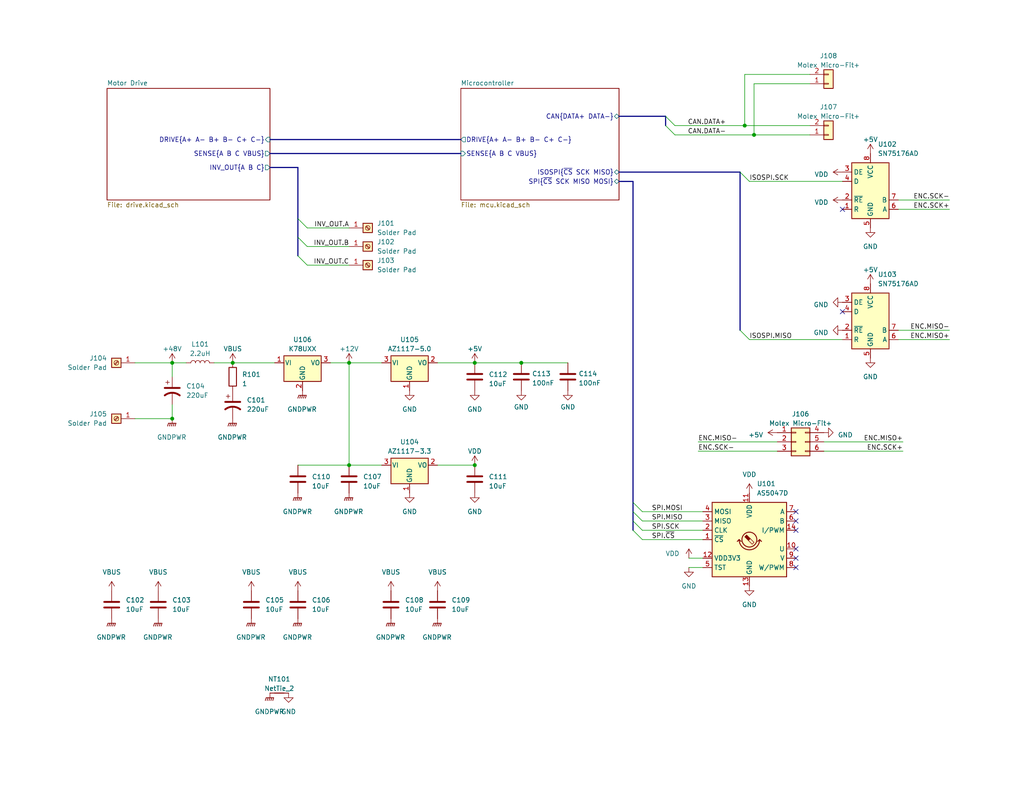
<source format=kicad_sch>
(kicad_sch (version 20230121) (generator eeschema)
  (paper "USLetter")
  (title_block (title "Radome Dish Motor Controller") (date "2023-03-29") (rev "1.0") (company "MIT Radio Society"))
  (lib_symbols
    (symbol "Connector:Screw_Terminal_01x01" (pin_names (offset 1.016) hide)
      (property "Reference" "J" (at 0 2.54 0))
      (property "Value" "Screw_Terminal_01x01" (at 0 -2.54 0))
      (symbol "Screw_Terminal_01x01_1_1"
        (rectangle (start -1.27 1.27) (end 1.27 -1.27) (stroke (width 0.254)) (fill (type background)))
        (polyline (pts (xy -0.5334 0.3302) (xy 0.3302 -0.508)) (stroke (width 0.1524)))
        (polyline (pts (xy -0.3556 0.508) (xy 0.508 -0.3302)) (stroke (width 0.1524)))
        (circle (center 0 0) (radius 0.635) (stroke (width 0.1524)))
        (pin passive line (at -5.08 0 0) (length 3.81) (name "Pin_1") (number "1"))
      )
    )
    (symbol "Connector_Generic:Conn_01x02" (pin_names (offset 1.016) hide)
      (property "Reference" "J" (at 0 2.54 0))
      (property "Value" "Conn_01x02" (at 0 -5.08 0))
      (symbol "Conn_01x02_1_1"
        (rectangle (start -1.27 -2.413) (end 0 -2.667) (stroke (width 0.1524)))
        (rectangle (start -1.27 0.127) (end 0 -0.127) (stroke (width 0.1524)))
        (rectangle (start -1.27 1.27) (end 1.27 -3.81) (stroke (width 0.254)) (fill (type background)))
        (pin passive line (at -5.08 0 0) (length 3.81) (name "Pin_1") (number "1"))
        (pin passive line (at -5.08 -2.54 0) (length 3.81) (name "Pin_2") (number "2"))
      )
    )
    (symbol "Connector_Generic:Conn_02x03_Top_Bottom" (pin_names (offset 1.016) hide)
      (property "Reference" "J" (at 1.27 5.08 0))
      (property "Value" "Conn_02x03_Top_Bottom" (at 1.27 -5.08 0))
      (symbol "Conn_02x03_Top_Bottom_1_1"
        (rectangle (start -1.27 -2.413) (end 0 -2.667) (stroke (width 0.1524)))
        (rectangle (start -1.27 0.127) (end 0 -0.127) (stroke (width 0.1524)))
        (rectangle (start -1.27 2.667) (end 0 2.413) (stroke (width 0.1524)))
        (rectangle (start -1.27 3.81) (end 3.81 -3.81) (stroke (width 0.254)) (fill (type background)))
        (rectangle (start 3.81 -2.413) (end 2.54 -2.667) (stroke (width 0.1524)))
        (rectangle (start 3.81 0.127) (end 2.54 -0.127) (stroke (width 0.1524)))
        (rectangle (start 3.81 2.667) (end 2.54 2.413) (stroke (width 0.1524)))
        (pin passive line (at -5.08 2.54 0) (length 3.81) (name "Pin_1") (number "1"))
        (pin passive line (at -5.08 0 0) (length 3.81) (name "Pin_2") (number "2"))
        (pin passive line (at -5.08 -2.54 0) (length 3.81) (name "Pin_3") (number "3"))
        (pin passive line (at 7.62 2.54 180) (length 3.81) (name "Pin_4") (number "4"))
        (pin passive line (at 7.62 0 180) (length 3.81) (name "Pin_5") (number "5"))
        (pin passive line (at 7.62 -2.54 180) (length 3.81) (name "Pin_6") (number "6"))
      )
    )
    (symbol "Device:C" (pin_numbers hide) (pin_names (offset 0.254))
      (property "Reference" "C" (at 0.635 2.54 0))
      (property "Value" "C" (at 0.635 -2.54 0))
      (symbol "C_0_1"
        (polyline (pts (xy -2.032 -0.762) (xy 2.032 -0.762)) (stroke (width 0.508)))
        (polyline (pts (xy -2.032 0.762) (xy 2.032 0.762)) (stroke (width 0.508)))
      )
      (symbol "C_1_1"
        (pin passive line (at 0 3.81 270) (length 2.794) (name "~") (number "1"))
        (pin passive line (at 0 -3.81 90) (length 2.794) (name "~") (number "2"))
      )
    )
    (symbol "Device:C_Polarized_US" (pin_numbers hide) (pin_names (offset 0.254) hide)
      (property "Reference" "C" (at 0.635 2.54 0))
      (property "Value" "C_Polarized_US" (at 0.635 -2.54 0))
      (symbol "C_Polarized_US_0_1"
        (polyline (pts (xy -2.032 0.762) (xy 2.032 0.762)) (stroke (width 0.508)))
        (polyline (pts (xy -1.778 2.286) (xy -0.762 2.286)))
        (polyline (pts (xy -1.27 1.778) (xy -1.27 2.794)))
        (arc (start 2.032 -1.27) (mid 0 -0.5572) (end -2.032 -1.27) (stroke (width 0.508)))
      )
      (symbol "C_Polarized_US_1_1"
        (pin passive line (at 0 3.81 270) (length 2.794) (name "~") (number "1"))
        (pin passive line (at 0 -3.81 90) (length 3.302) (name "~") (number "2"))
      )
    )
    (symbol "Device:L" (pin_numbers hide) (pin_names (offset 1.016) hide)
      (property "Reference" "L" (at -1.27 0 90))
      (property "Value" "L" (at 1.905 0 90))
      (symbol "L_0_1"
        (arc (start 0 -2.54) (mid 0.6323 -1.905) (end 0 -1.27))
        (arc (start 0 -1.27) (mid 0.6323 -0.635) (end 0 0))
        (arc (start 0 0) (mid 0.6323 0.635) (end 0 1.27))
        (arc (start 0 1.27) (mid 0.6323 1.905) (end 0 2.54))
      )
      (symbol "L_1_1"
        (pin passive line (at 0 3.81 270) (length 1.27) (name "1") (number "1"))
        (pin passive line (at 0 -3.81 90) (length 1.27) (name "2") (number "2"))
      )
    )
    (symbol "Device:NetTie_2" (pin_numbers hide) (pin_names (offset 0) hide) (in_bom no)
      (property "Reference" "NT" (at 0 1.27 0))
      (property "Value" "NetTie_2" (at 0 -1.27 0))
      (symbol "NetTie_2_0_1"
        (polyline (pts (xy -1.27 0) (xy 1.27 0)) (stroke (width 0.254)))
      )
      (symbol "NetTie_2_1_1"
        (pin passive line (at -2.54 0 0) (length 2.54) (name "1") (number "1"))
        (pin passive line (at 2.54 0 180) (length 2.54) (name "2") (number "2"))
      )
    )
    (symbol "Device:R" (pin_numbers hide) (pin_names (offset 0))
      (property "Reference" "R" (at 2.032 0 90))
      (property "Value" "R" (at 0 0 90))
      (symbol "R_0_1"
        (rectangle (start -1.016 -2.54) (end 1.016 2.54) (stroke (width 0.254)))
      )
      (symbol "R_1_1"
        (pin passive line (at 0 3.81 270) (length 1.27) (name "~") (number "1"))
        (pin passive line (at 0 -3.81 90) (length 1.27) (name "~") (number "2"))
      )
    )
    (symbol "Interface_UART:SN75176AD"
      (property "Reference" "U" (at -4.318 8.89 0))
      (property "Value" "SN75176AD" (at 1.016 8.89 0))
      (symbol "SN75176AD_0_1"
        (rectangle (start -5.08 7.62) (end 5.08 -7.62) (stroke (width 0.254)) (fill (type background)))
      )
      (symbol "SN75176AD_1_1"
        (pin output line (at -7.62 -5.08 0) (length 2.54) (name "R") (number "1"))
        (pin input line (at -7.62 -2.54 0) (length 2.54) (name "~{RE}") (number "2"))
        (pin input line (at -7.62 5.08 0) (length 2.54) (name "DE") (number "3"))
        (pin input line (at -7.62 2.54 0) (length 2.54) (name "D") (number "4"))
        (pin power_in line (at 0 -10.16 90) (length 2.54) (name "GND") (number "5"))
        (pin bidirectional line (at 7.62 -5.08 180) (length 2.54) (name "A") (number "6"))
        (pin bidirectional line (at 7.62 -2.54 180) (length 2.54) (name "B") (number "7"))
        (pin power_in line (at 0 10.16 270) (length 2.54) (name "VCC") (number "8"))
      )
    )
    (symbol "Regulator_Linear:AZ1117-3.3" (pin_names (offset 0.254))
      (property "Reference" "U" (at -3.81 3.175 0))
      (property "Value" "AZ1117-3.3" (at 0 3.175 0))
      (symbol "AZ1117-3.3_0_1"
        (rectangle (start -5.08 1.905) (end 5.08 -5.08) (stroke (width 0.254)) (fill (type background)))
      )
      (symbol "AZ1117-3.3_1_1"
        (pin power_in line (at 0 -7.62 90) (length 2.54) (name "GND") (number "1"))
        (pin power_out line (at 7.62 0 180) (length 2.54) (name "VO") (number "2"))
        (pin power_in line (at -7.62 0 0) (length 2.54) (name "VI") (number "3"))
      )
    )
    (symbol "Regulator_Linear:AZ1117-5.0" (pin_names (offset 0.254))
      (property "Reference" "U" (at -3.81 3.175 0))
      (property "Value" "AZ1117-5.0" (at 0 3.175 0))
      (symbol "AZ1117-5.0_0_1"
        (rectangle (start -5.08 1.905) (end 5.08 -5.08) (stroke (width 0.254)) (fill (type background)))
      )
      (symbol "AZ1117-5.0_1_1"
        (pin power_in line (at 0 -7.62 90) (length 2.54) (name "GND") (number "1"))
        (pin power_out line (at 7.62 0 180) (length 2.54) (name "VO") (number "2"))
        (pin power_in line (at -7.62 0 0) (length 2.54) (name "VI") (number "3"))
      )
    )
    (symbol "Sensor_Magnetic:AS5047D"
      (property "Reference" "U" (at -8.89 11.43 0))
      (property "Value" "AS5047D" (at 5.08 11.43 0))
      (symbol "AS5047D_1_1"
        (rectangle (start -10.16 10.16) (end 10.16 -10.16) (stroke (width 0.254)) (fill (type background)))
        (arc (start -2.794 0) (mid 0 -2.7819) (end 2.794 0) (stroke (width 0.254)))
        (polyline (pts (xy -2.794 0) (xy -3.302 -0.508)) (stroke (width 0.254)))
        (polyline (pts (xy -2.794 0) (xy -2.286 -0.508)) (stroke (width 0.254)))
        (polyline (pts (xy 2.794 0) (xy 2.286 -0.508)) (stroke (width 0.254)))
        (polyline (pts (xy 2.794 0) (xy 3.302 -0.508)) (stroke (width 0.254)))
        (polyline (pts (xy 0.254 0.254) (xy 1.27 -0.762) (xy 0.762 -1.27) (xy -0.254 -0.254)))
        (polyline (pts (xy -0.762 1.27) (xy 0.254 0.254) (xy -0.254 -0.254) (xy -1.27 0.762) (xy -1.016 1.016) (xy -0.762 1.27) (xy -0.635 1.143)) (fill (type outline)))
        (circle (center 0 0) (radius 2.032) (stroke (width 0.254)))
        (pin input line (at -12.7 0 0) (length 2.54) (name "~{CS}") (number "1"))
        (pin output line (at 12.7 -2.54 180) (length 2.54) (name "U") (number "10"))
        (pin power_in line (at 0 12.7 270) (length 2.54) (name "VDD") (number "11"))
        (pin power_out line (at -12.7 -5.08 0) (length 2.54) (name "VDD3V3") (number "12"))
        (pin power_in line (at 0 -12.7 90) (length 2.54) (name "GND") (number "13"))
        (pin output line (at 12.7 2.54 180) (length 2.54) (name "I/PWM") (number "14"))
        (pin input line (at -12.7 2.54 0) (length 2.54) (name "CLK") (number "2"))
        (pin output line (at -12.7 5.08 0) (length 2.54) (name "MISO") (number "3"))
        (pin input line (at -12.7 7.62 0) (length 2.54) (name "MOSI") (number "4"))
        (pin input line (at -12.7 -7.62 0) (length 2.54) (name "TST") (number "5"))
        (pin output line (at 12.7 5.08 180) (length 2.54) (name "B") (number "6"))
        (pin output line (at 12.7 7.62 180) (length 2.54) (name "A") (number "7"))
        (pin output line (at 12.7 -7.62 180) (length 2.54) (name "W/PWM") (number "8"))
        (pin output line (at 12.7 -5.08 180) (length 2.54) (name "V") (number "9"))
      )
    )
    (symbol "ayeiser_misc:K78UXX" (pin_names (offset 0.254))
      (property "Reference" "U" (at -3.81 3.175 0))
      (property "Value" "K78UXX" (at 0 3.175 0))
      (symbol "K78UXX_0_1"
        (rectangle (start -5.08 1.905) (end 5.08 -5.08) (stroke (width 0.254)) (fill (type background)))
      )
      (symbol "K78UXX_1_1"
        (pin power_in line (at -7.62 0 0) (length 2.54) (name "VI") (number "1"))
        (pin power_in line (at 0 -7.62 90) (length 2.54) (name "GND") (number "2"))
        (pin power_out line (at 7.62 0 180) (length 2.54) (name "VO") (number "3"))
      )
    )
    (symbol "power:+12V" (power) (pin_names (offset 0))
      (property "Value" "+12V" (at 0 3.556 0))
      (symbol "+12V_0_1"
        (polyline (pts (xy -0.762 1.27) (xy 0 2.54)))
        (polyline (pts (xy 0 0) (xy 0 2.54)))
        (polyline (pts (xy 0 2.54) (xy 0.762 1.27)))
      )
      (symbol "+12V_1_1"
        (pin power_in line (at 0 0 90) (length 0) hide (name "+12V") (number "1"))
      )
    )
    (symbol "power:+48V" (power) (pin_names (offset 0))
      (property "Value" "+48V" (at 0 3.556 0))
      (symbol "+48V_0_1"
        (polyline (pts (xy -0.762 1.27) (xy 0 2.54)))
        (polyline (pts (xy 0 0) (xy 0 2.54)))
        (polyline (pts (xy 0 2.54) (xy 0.762 1.27)))
      )
      (symbol "+48V_1_1"
        (pin power_in line (at 0 0 90) (length 0) hide (name "+48V") (number "1"))
      )
    )
    (symbol "power:+5V" (power) (pin_names (offset 0))
      (property "Value" "+5V" (at 0 3.556 0))
      (symbol "+5V_0_1"
        (polyline (pts (xy -0.762 1.27) (xy 0 2.54)))
        (polyline (pts (xy 0 0) (xy 0 2.54)))
        (polyline (pts (xy 0 2.54) (xy 0.762 1.27)))
      )
      (symbol "+5V_1_1"
        (pin power_in line (at 0 0 90) (length 0) hide (name "+5V") (number "1"))
      )
    )
    (symbol "power:GND" (power) (pin_names (offset 0))
      (property "Value" "GND" (at 0 -3.81 0))
      (symbol "GND_0_1"
        (polyline (pts (xy 0 0) (xy 0 -1.27) (xy 1.27 -1.27) (xy 0 -2.54) (xy -1.27 -1.27) (xy 0 -1.27)))
      )
      (symbol "GND_1_1"
        (pin power_in line (at 0 0 270) (length 0) hide (name "GND") (number "1"))
      )
    )
    (symbol "power:GNDPWR" (power) (pin_names (offset 0))
      (property "Value" "GNDPWR" (at 0 -3.302 0))
      (symbol "GNDPWR_0_1"
        (polyline (pts (xy 0 -1.27) (xy 0 0)))
        (polyline (pts (xy -1.016 -1.27) (xy -1.27 -2.032) (xy -1.27 -2.032)) (stroke (width 0.2032)))
        (polyline (pts (xy -0.508 -1.27) (xy -0.762 -2.032) (xy -0.762 -2.032)) (stroke (width 0.2032)))
        (polyline (pts (xy 0 -1.27) (xy -0.254 -2.032) (xy -0.254 -2.032)) (stroke (width 0.2032)))
        (polyline (pts (xy 0.508 -1.27) (xy 0.254 -2.032) (xy 0.254 -2.032)) (stroke (width 0.2032)))
        (polyline (pts (xy 1.016 -1.27) (xy -1.016 -1.27) (xy -1.016 -1.27)) (stroke (width 0.2032)))
        (polyline (pts (xy 1.016 -1.27) (xy 0.762 -2.032) (xy 0.762 -2.032) (xy 0.762 -2.032)) (stroke (width 0.2032)))
      )
      (symbol "GNDPWR_1_1"
        (pin power_in line (at 0 0 270) (length 0) hide (name "GNDPWR") (number "1"))
      )
    )
    (symbol "power:VBUS" (power) (pin_names (offset 0))
      (property "Value" "VBUS" (at 0 3.81 0))
      (symbol "VBUS_0_1"
        (polyline (pts (xy -0.762 1.27) (xy 0 2.54)))
        (polyline (pts (xy 0 0) (xy 0 2.54)))
        (polyline (pts (xy 0 2.54) (xy 0.762 1.27)))
      )
      (symbol "VBUS_1_1"
        (pin power_in line (at 0 0 90) (length 0) hide (name "VBUS") (number "1"))
      )
    )
    (symbol "power:VDD" (power) (pin_names (offset 0))
      (property "Value" "VDD" (at 0 3.81 0))
      (symbol "VDD_0_1"
        (polyline (pts (xy -0.762 1.27) (xy 0 2.54)))
        (polyline (pts (xy 0 0) (xy 0 2.54)))
        (polyline (pts (xy 0 2.54) (xy 0.762 1.27)))
      )
      (symbol "VDD_1_1"
        (pin power_in line (at 0 0 90) (length 0) hide (name "VDD") (number "1"))
      )
    )
  )
  (junction (at 46.99 114.3))
  (junction (at 205.74 36.83))
  (junction (at 63.5 99.06))
  (junction (at 129.54 127))
  (junction (at 142.24 99.06))
  (junction (at 95.25 127))
  (junction (at 203.2 34.29))
  (junction (at 129.54 99.06))
  (junction (at 95.25 99.06))
  (junction (at 46.99 99.06))
  (no_connect (at 229.87 85.09))
  (no_connect (at 217.17 139.7))
  (no_connect (at 217.17 144.78))
  (no_connect (at 229.87 57.15))
  (no_connect (at 217.17 149.86))
  (no_connect (at 217.17 142.24))
  (no_connect (at 217.17 154.94))
  (no_connect (at 217.17 152.4))
  (bus_entry (at 81.28 59.69) (size 2.54 2.54))
  (bus_entry (at 201.93 90.17) (size 2.54 2.54))
  (bus_entry (at 172.72 137.16) (size 2.54 2.54))
  (bus_entry (at 181.61 31.75) (size 2.54 2.54))
  (bus_entry (at 172.72 142.24) (size 2.54 2.54))
  (bus_entry (at 81.28 69.85) (size 2.54 2.54))
  (bus_entry (at 172.72 139.7) (size 2.54 2.54))
  (bus_entry (at 181.61 34.29) (size 2.54 2.54))
  (bus_entry (at 81.28 64.77) (size 2.54 2.54))
  (bus_entry (at 172.72 144.78) (size 2.54 2.54))
  (bus_entry (at 201.93 46.99) (size 2.54 2.54))
  (wire (pts (xy 224.79 120.65) (xy 246.38 120.65)))
  (wire (pts (xy 63.5 99.06) (xy 74.93 99.06)))
  (bus (pts (xy 168.91 49.53) (xy 172.72 49.53)))
  (wire (pts (xy 95.25 127) (xy 104.14 127)))
  (bus (pts (xy 81.28 64.77) (xy 81.28 69.85)))
  (wire (pts (xy 119.38 127) (xy 129.54 127)))
  (wire (pts (xy 50.8 99.06) (xy 46.99 99.06)))
  (wire (pts (xy 83.82 67.31) (xy 95.25 67.31)))
  (wire (pts (xy 203.2 34.29) (xy 220.98 34.29)))
  (bus (pts (xy 73.66 45.72) (xy 81.28 45.72)))
  (wire (pts (xy 220.98 22.86) (xy 205.74 22.86)))
  (wire (pts (xy 190.5 120.65) (xy 212.09 120.65)))
  (bus (pts (xy 172.72 137.16) (xy 172.72 139.7)))
  (bus (pts (xy 81.28 59.69) (xy 81.28 64.77)))
  (wire (pts (xy 175.26 142.24) (xy 191.77 142.24)))
  (bus (pts (xy 172.72 139.7) (xy 172.72 142.24)))
  (wire (pts (xy 83.82 62.23) (xy 95.25 62.23)))
  (wire (pts (xy 95.25 127) (xy 95.25 99.06)))
  (bus (pts (xy 172.72 142.24) (xy 172.72 144.78)))
  (wire (pts (xy 58.42 99.06) (xy 63.5 99.06)))
  (bus (pts (xy 181.61 31.75) (xy 181.61 34.29)))
  (wire (pts (xy 46.99 99.06) (xy 46.99 102.87)))
  (wire (pts (xy 142.24 99.06) (xy 154.94 99.06)))
  (bus (pts (xy 73.66 38.1) (xy 125.73 38.1)))
  (wire (pts (xy 129.54 99.06) (xy 142.24 99.06)))
  (wire (pts (xy 119.38 99.06) (xy 129.54 99.06)))
  (wire (pts (xy 205.74 22.86) (xy 205.74 36.83)))
  (wire (pts (xy 175.26 144.78) (xy 191.77 144.78)))
  (wire (pts (xy 204.47 49.53) (xy 229.87 49.53)))
  (wire (pts (xy 36.83 114.3) (xy 46.99 114.3)))
  (wire (pts (xy 175.26 139.7) (xy 191.77 139.7)))
  (bus (pts (xy 201.93 46.99) (xy 201.93 90.17)))
  (bus (pts (xy 168.91 31.75) (xy 181.61 31.75)))
  (wire (pts (xy 203.2 20.32) (xy 203.2 34.29)))
  (wire (pts (xy 90.17 99.06) (xy 95.25 99.06)))
  (wire (pts (xy 83.82 72.39) (xy 95.25 72.39)))
  (wire (pts (xy 81.28 127) (xy 95.25 127)))
  (bus (pts (xy 172.72 49.53) (xy 172.72 137.16)))
  (wire (pts (xy 184.15 34.29) (xy 203.2 34.29)))
  (wire (pts (xy 205.74 36.83) (xy 220.98 36.83)))
  (wire (pts (xy 187.96 154.94) (xy 191.77 154.94)))
  (wire (pts (xy 224.79 123.19) (xy 246.38 123.19)))
  (wire (pts (xy 46.99 110.49) (xy 46.99 114.3)))
  (wire (pts (xy 36.83 99.06) (xy 46.99 99.06)))
  (wire (pts (xy 204.47 92.71) (xy 229.87 92.71)))
  (wire (pts (xy 245.11 54.61) (xy 259.08 54.61)))
  (wire (pts (xy 245.11 92.71) (xy 259.08 92.71)))
  (wire (pts (xy 190.5 123.19) (xy 212.09 123.19)))
  (wire (pts (xy 175.26 147.32) (xy 191.77 147.32)))
  (wire (pts (xy 220.98 20.32) (xy 203.2 20.32)))
  (bus (pts (xy 73.66 41.91) (xy 125.73 41.91)))
  (bus (pts (xy 168.91 46.99) (xy 201.93 46.99)))
  (wire (pts (xy 187.96 152.4) (xy 191.77 152.4)))
  (wire (pts (xy 184.15 36.83) (xy 205.74 36.83)))
  (wire (pts (xy 245.11 57.15) (xy 259.08 57.15)))
  (wire (pts (xy 245.11 90.17) (xy 259.08 90.17)))
  (wire (pts (xy 95.25 99.06) (xy 104.14 99.06)))
  (bus (pts (xy 81.28 45.72) (xy 81.28 59.69)))
  (label "INV_OUT.B" (at 95.25 67.31 180))
  (label "ENC.SCK-" (at 259.08 54.61 180))
  (label "ENC.MISO+" (at 246.38 120.65 180))
  (label "ENC.SCK+" (at 246.38 123.19 180))
  (label "CAN.DATA+" (at 198.12 34.29 180))
  (label "ENC.MISO-" (at 190.5 120.65 0))
  (label "ISOSPI.MISO" (at 204.47 92.71 0))
  (label "SPI.MOSI" (at 177.8 139.7 0))
  (label "INV_OUT.C" (at 95.25 72.39 180))
  (label "ENC.MISO+" (at 259.08 92.71 180))
  (label "ENC.SCK+" (at 259.08 57.15 180))
  (label "SPI.~{CS}" (at 177.8 147.32 0))
  (label "SPI.MISO" (at 177.8 142.24 0))
  (label "ISOSPI.SCK" (at 204.47 49.53 0))
  (label "ENC.MISO-" (at 259.08 90.17 180))
  (label "ENC.SCK-" (at 190.5 123.19 0))
  (label "INV_OUT.A" (at 95.25 62.23 180))
  (label "CAN.DATA-" (at 198.12 36.83 180))
  (label "SPI.SCK" (at 177.8 144.78 0))
  (symbol (lib_id "Device:L") (at 54.61 99.06 90) (unit 1)
    (property "Reference" "L101" (at 54.61 93.98 90))
    (property "Value" "2.2uH" (at 54.61 96.52 90))
    (property "Footprint" "Inductor_SMD:L_Vishay_IHLP-5050" (effects hide))
    (property "Datasheet" "https://www.vishay.com/docs/34337/ihlp-5050fd-5a.pdf" (effects hide))
    (property "P/N" "IHLP5050FDER2R2M5A" (effects hide))
    (property "LCSC" "C845090" (effects hide))
  )
  (symbol (lib_id "power:GNDPWR") (at 46.99 114.3 0) (unit 1)
    (property "Reference" "#PWR0102" (effects hide))
    (property "Value" "GNDPWR" (at 46.863 119.38 0))
  )
  (symbol (lib_id "Interface_UART:SN75176AD") (at 237.49 52.07 0) (unit 1)
    (property "Reference" "U102" (at 239.5094 39.37 0) (effects (justify left)))
    (property "Value" "SN75176AD" (at 239.5094 41.91 0) (effects (justify left)))
    (property "Footprint" "Package_SO:SOIC-8_3.9x4.9mm_P1.27mm" (effects hide))
    (property "Datasheet" "http://www.ti.com/lit/ds/symlink/sn75176a.pdf" (effects hide))
    (property "LCSC" "C468242" (effects hide))
  )
  (symbol (lib_id "Device:C_Polarized_US") (at 63.5 110.49 0) (unit 1)
    (property "Reference" "C101" (at 67.31 109.22 0) (effects (justify left)))
    (property "Value" "220uF" (at 67.31 111.76 0) (effects (justify left)))
    (property "Footprint" "Capacitor_THT:CP_Radial_D12.5mm_P5.00mm" (effects hide))
  )
  (symbol (lib_id "power:+5V") (at 237.49 41.91 0) (unit 1)
    (property "Reference" "#PWR0135" (effects hide))
    (property "Value" "+5V" (at 237.49 38.1 0))
  )
  (symbol (lib_id "Regulator_Linear:AZ1117-3.3") (at 111.76 127 0) (unit 1)
    (property "Reference" "U104" (at 111.76 120.65 0))
    (property "Value" "AZ1117-3.3" (at 111.76 123.19 0))
    (property "Footprint" "Package_TO_SOT_SMD:SOT-223-3_TabPin2" (effects hide))
    (property "Datasheet" "https://www.diodes.com/assets/Datasheets/AZ1117.pdf" (effects hide))
    (property "LCSC" "C435835" (effects hide))
  )
  (symbol (lib_id "power:GNDPWR") (at 63.5 114.3 0) (unit 1)
    (property "Reference" "#PWR0101" (effects hide))
    (property "Value" "GNDPWR" (at 63.373 119.38 0))
  )
  (symbol (lib_id "power:GNDPWR") (at 106.68 168.91 0) (unit 1)
    (property "Reference" "#PWR0116" (effects hide))
    (property "Value" "GNDPWR" (at 106.553 173.99 0))
  )
  (symbol (lib_id "Connector_Generic:Conn_02x03_Top_Bottom") (at 217.17 120.65 0) (unit 1)
    (property "Reference" "J106" (at 218.44 113.03 0))
    (property "Value" "Molex Micro-Fit+" (at 218.44 115.57 0))
    (property "Footprint" "ayeiser_misc:MOLEX_2068320602" (effects hide))
  )
  (symbol (lib_id "power:GND") (at 187.96 154.94 0) (unit 1)
    (property "Reference" "#PWR0120" (effects hide))
    (property "Value" "GND" (at 187.96 160.02 0))
  )
  (symbol (lib_id "power:GND") (at 78.74 189.23 0) (unit 1)
    (property "Reference" "#PWR0143" (effects hide))
    (property "Value" "GND" (at 78.74 194.31 0))
  )
  (symbol (lib_id "power:GND") (at 237.49 97.79 0) (unit 1)
    (property "Reference" "#PWR0132" (effects hide))
    (property "Value" "GND" (at 237.49 102.87 0))
  )
  (symbol (lib_id "Device:C") (at 95.25 130.81 0) (unit 1)
    (property "Reference" "C107" (at 99.06 130.175 0) (effects (justify left)))
    (property "Value" "10uF" (at 99.06 132.715 0) (effects (justify left)))
    (property "Footprint" "Capacitor_SMD:C_1206_3216Metric" (effects hide))
    (property "LCSC" "C13585" (effects hide))
  )
  (symbol (lib_id "Device:C") (at 119.38 165.1 0) (unit 1)
    (property "Reference" "C109" (at 123.19 163.8299 0) (effects (justify left)))
    (property "Value" "10uF" (at 123.19 166.3699 0) (effects (justify left)))
    (property "Footprint" "Capacitor_SMD:C_2220_5650Metric" (effects hide))
    (property "LCSC" "C153035" (effects hide))
  )
  (symbol (lib_id "Device:C") (at 81.28 165.1 0) (unit 1)
    (property "Reference" "C106" (at 85.09 163.8299 0) (effects (justify left)))
    (property "Value" "10uF" (at 85.09 166.3699 0) (effects (justify left)))
    (property "Footprint" "Capacitor_SMD:C_2220_5650Metric" (effects hide))
    (property "LCSC" "C153035" (effects hide))
  )
  (symbol (lib_id "power:+48V") (at 46.99 99.06 0) (unit 1)
    (property "Reference" "#PWR0108" (effects hide))
    (property "Value" "+48V" (at 46.99 95.25 0))
  )
  (symbol (lib_id "Sensor_Magnetic:AS5047D") (at 204.47 147.32 0) (unit 1)
    (property "Reference" "U101" (at 206.4894 132.08 0) (effects (justify left)))
    (property "Value" "AS5047D" (at 206.4894 134.62 0) (effects (justify left)))
    (property "Footprint" "Package_SO:TSSOP-14_4.4x5mm_P0.65mm" (effects hide))
    (property "Datasheet" "https://ams.com/documents/20143/36005/AS5047D_DS000394_2-00.pdf" (effects hide))
    (property "LCSC" "C962063" (effects hide))
  )
  (symbol (lib_id "power:GNDPWR") (at 95.25 134.62 0) (unit 1)
    (property "Reference" "#PWR0136" (effects hide))
    (property "Value" "GNDPWR" (at 95.123 139.7 0))
  )
  (symbol (lib_id "Device:C") (at 30.48 165.1 0) (unit 1)
    (property "Reference" "C102" (at 34.29 163.8299 0) (effects (justify left)))
    (property "Value" "10uF" (at 34.29 166.3699 0) (effects (justify left)))
    (property "Footprint" "Capacitor_SMD:C_2220_5650Metric" (effects hide))
    (property "LCSC" "C153035" (effects hide))
  )
  (symbol (lib_id "Connector:Screw_Terminal_01x01") (at 100.33 62.23 0) (unit 1)
    (property "Reference" "J101" (at 102.87 60.9599 0) (effects (justify left)))
    (property "Value" "Solder Pad" (at 102.87 63.4999 0) (effects (justify left)))
    (property "Footprint" "Connector_Wire:SolderWirePad_1x01_SMD_5x10mm" (effects hide))
  )
  (symbol (lib_id "power:VBUS") (at 81.28 161.29 0) (unit 1)
    (property "Reference" "#PWR0111" (effects hide))
    (property "Value" "VBUS" (at 81.28 156.21 0))
  )
  (symbol (lib_id "power:GND") (at 111.76 106.68 0) (unit 1)
    (property "Reference" "#PWR0127" (effects hide))
    (property "Value" "GND" (at 111.76 111.76 0))
  )
  (symbol (lib_id "Connector:Screw_Terminal_01x01") (at 100.33 72.39 0) (unit 1)
    (property "Reference" "J103" (at 102.87 71.1199 0) (effects (justify left)))
    (property "Value" "Solder Pad" (at 102.87 73.6599 0) (effects (justify left)))
    (property "Footprint" "Connector_Wire:SolderWirePad_1x01_SMD_5x10mm" (effects hide))
  )
  (symbol (lib_id "power:+5V") (at 129.54 99.06 0) (unit 1)
    (property "Reference" "#PWR0129" (effects hide))
    (property "Value" "+5V" (at 129.54 95.25 0))
  )
  (symbol (lib_id "power:GND") (at 154.94 106.68 0) (unit 1)
    (property "Reference" "#PWR0139" (effects hide))
    (property "Value" "GND" (at 154.94 111.1234 0))
  )
  (symbol (lib_id "power:GND") (at 237.49 62.23 0) (unit 1)
    (property "Reference" "#PWR0133" (effects hide))
    (property "Value" "GND" (at 237.49 67.31 0))
  )
  (symbol (lib_id "power:VDD") (at 229.87 54.61 90) (unit 1)
    (property "Reference" "#PWR0114" (effects hide))
    (property "Value" "VDD" (at 226.06 55.245 90) (effects (justify left)))
  )
  (symbol (lib_id "power:VDD") (at 229.87 46.99 90) (unit 1)
    (property "Reference" "#PWR0113" (effects hide))
    (property "Value" "VDD" (at 226.06 47.625 90) (effects (justify left)))
  )
  (symbol (lib_id "power:GND") (at 224.79 118.11 90) (unit 1)
    (property "Reference" "#PWR0141" (effects hide))
    (property "Value" "GND" (at 228.6 118.745 90) (effects (justify right)))
  )
  (symbol (lib_id "power:GNDPWR") (at 30.48 168.91 0) (unit 1)
    (property "Reference" "#PWR0104" (effects hide))
    (property "Value" "GNDPWR" (at 30.353 173.99 0))
  )
  (symbol (lib_id "power:GNDPWR") (at 119.38 168.91 0) (unit 1)
    (property "Reference" "#PWR0118" (effects hide))
    (property "Value" "GNDPWR" (at 119.253 173.99 0))
  )
  (symbol (lib_id "power:VBUS") (at 106.68 161.29 0) (unit 1)
    (property "Reference" "#PWR0115" (effects hide))
    (property "Value" "VBUS" (at 106.68 156.21 0))
  )
  (symbol (lib_id "power:GND") (at 204.47 160.02 0) (unit 1)
    (property "Reference" "#PWR0122" (effects hide))
    (property "Value" "GND" (at 204.47 165.1 0))
  )
  (symbol (lib_id "Device:C") (at 43.18 165.1 0) (unit 1)
    (property "Reference" "C103" (at 46.99 163.8299 0) (effects (justify left)))
    (property "Value" "10uF" (at 46.99 166.3699 0) (effects (justify left)))
    (property "Footprint" "Capacitor_SMD:C_2220_5650Metric" (effects hide))
    (property "LCSC" "C153035" (effects hide))
  )
  (symbol (lib_id "power:+5V") (at 212.09 118.11 90) (unit 1)
    (property "Reference" "#PWR0142" (effects hide))
    (property "Value" "+5V" (at 208.28 118.745 90) (effects (justify left)))
  )
  (symbol (lib_id "Device:C") (at 154.94 102.87 0) (unit 1)
    (property "Reference" "C114" (at 157.861 102.0353 0) (effects (justify left)))
    (property "Value" "100nF" (at 157.861 104.5722 0) (effects (justify left)))
    (property "Footprint" "Capacitor_SMD:C_0603_1608Metric" (effects hide))
    (property "digikeypn" "1276-1935-1-ND" (effects hide))
    (property "LCSC" "C1591" (effects hide))
  )
  (symbol (lib_id "Connector:Screw_Terminal_01x01") (at 31.75 99.06 0) (mirror y) (unit 1)
    (property "Reference" "J104" (at 29.21 97.7899 0) (effects (justify left)))
    (property "Value" "Solder Pad" (at 29.21 100.3299 0) (effects (justify left)))
    (property "Footprint" "Connector_Wire:SolderWirePad_1x01_SMD_5x10mm" (effects hide))
  )
  (symbol (lib_id "power:GNDPWR") (at 68.58 168.91 0) (unit 1)
    (property "Reference" "#PWR0110" (effects hide))
    (property "Value" "GNDPWR" (at 68.453 173.99 0))
  )
  (symbol (lib_id "power:VBUS") (at 30.48 161.29 0) (unit 1)
    (property "Reference" "#PWR0103" (effects hide))
    (property "Value" "VBUS" (at 30.48 156.21 0))
  )
  (symbol (lib_id "power:GND") (at 142.24 106.68 0) (unit 1)
    (property "Reference" "#PWR0140" (effects hide))
    (property "Value" "GND" (at 142.24 111.1234 0))
  )
  (symbol (lib_id "power:VDD") (at 129.54 127 0) (unit 1)
    (property "Reference" "#PWR0128" (effects hide))
    (property "Value" "VDD" (at 129.54 123.19 0))
  )
  (symbol (lib_id "Device:C_Polarized_US") (at 46.99 106.68 0) (unit 1)
    (property "Reference" "C104" (at 50.8 105.41 0) (effects (justify left)))
    (property "Value" "220uF" (at 50.8 107.95 0) (effects (justify left)))
    (property "Footprint" "Capacitor_THT:CP_Radial_D12.5mm_P5.00mm" (effects hide))
  )
  (symbol (lib_id "ayeiser_misc:K78UXX") (at 82.55 99.06 0) (unit 1)
    (property "Reference" "U106" (at 82.55 92.71 0))
    (property "Value" "K78UXX" (at 82.55 95.25 0))
    (property "Footprint" "ayeiser_misc:K78UXX-RightAngle" (effects hide))
    (property "Datasheet" "https://www.mornsun-power.com/html/pdf/K78U12-500R3L.html" (effects hide))
  )
  (symbol (lib_id "power:VBUS") (at 68.58 161.29 0) (unit 1)
    (property "Reference" "#PWR0109" (effects hide))
    (property "Value" "VBUS" (at 68.58 156.21 0))
  )
  (symbol (lib_id "power:GNDPWR") (at 82.55 106.68 0) (unit 1)
    (property "Reference" "#PWR0123" (effects hide))
    (property "Value" "GNDPWR" (at 82.423 111.76 0))
  )
  (symbol (lib_id "Connector:Screw_Terminal_01x01") (at 100.33 67.31 0) (unit 1)
    (property "Reference" "J102" (at 102.87 66.0399 0) (effects (justify left)))
    (property "Value" "Solder Pad" (at 102.87 68.5799 0) (effects (justify left)))
    (property "Footprint" "Connector_Wire:SolderWirePad_1x01_SMD_5x10mm" (effects hide))
  )
  (symbol (lib_id "Device:C") (at 142.24 102.87 0) (unit 1)
    (property "Reference" "C113" (at 145.161 102.0353 0) (effects (justify left)))
    (property "Value" "100nF" (at 145.161 104.5722 0) (effects (justify left)))
    (property "Footprint" "Capacitor_SMD:C_0603_1608Metric" (effects hide))
    (property "digikeypn" "1276-1935-1-ND" (effects hide))
    (property "LCSC" "C1591" (effects hide))
  )
  (symbol (lib_id "Regulator_Linear:AZ1117-5.0") (at 111.76 99.06 0) (unit 1)
    (property "Reference" "U105" (at 111.76 92.71 0))
    (property "Value" "AZ1117-5.0" (at 111.76 95.25 0))
    (property "Footprint" "Package_TO_SOT_SMD:SOT-223-3_TabPin2" (effects hide))
    (property "Datasheet" "https://www.diodes.com/assets/Datasheets/AZ1117.pdf" (effects hide))
    (property "LCSC" "C526405" (effects hide))
  )
  (symbol (lib_id "Device:R") (at 63.5 102.87 0) (unit 1)
    (property "Reference" "R101" (at 66.04 102.235 0) (effects (justify left)))
    (property "Value" "1" (at 66.04 104.775 0) (effects (justify left)))
    (property "Footprint" "Resistor_SMD:R_2512_6332Metric" (effects hide))
    (property "LCSC" "C11254" (effects hide))
  )
  (symbol (lib_id "power:GND") (at 229.87 82.55 270) (unit 1)
    (property "Reference" "#PWR0130" (effects hide))
    (property "Value" "GND" (at 226.06 83.185 90) (effects (justify right)))
  )
  (symbol (lib_id "power:GNDPWR") (at 43.18 168.91 0) (unit 1)
    (property "Reference" "#PWR0106" (effects hide))
    (property "Value" "GNDPWR" (at 43.053 173.99 0))
  )
  (symbol (lib_id "power:VDD") (at 187.96 152.4 0) (unit 1)
    (property "Reference" "#PWR0119" (effects hide))
    (property "Value" "VDD" (at 185.42 151.1299 0) (effects (justify right)))
  )
  (symbol (lib_id "power:GNDPWR") (at 81.28 134.62 0) (unit 1)
    (property "Reference" "#PWR0124" (effects hide))
    (property "Value" "GNDPWR" (at 81.153 139.7 0))
  )
  (symbol (lib_id "Device:C") (at 68.58 165.1 0) (unit 1)
    (property "Reference" "C105" (at 72.39 163.8299 0) (effects (justify left)))
    (property "Value" "10uF" (at 72.39 166.3699 0) (effects (justify left)))
    (property "Footprint" "Capacitor_SMD:C_2220_5650Metric" (effects hide))
    (property "LCSC" "C153035" (effects hide))
  )
  (symbol (lib_id "power:+5V") (at 237.49 77.47 0) (unit 1)
    (property "Reference" "#PWR0134" (effects hide))
    (property "Value" "+5V" (at 237.49 73.66 0))
  )
  (symbol (lib_id "power:GNDPWR") (at 73.66 189.23 0) (unit 1)
    (property "Reference" "#PWR0144" (effects hide))
    (property "Value" "GNDPWR" (at 73.533 194.31 0))
  )
  (symbol (lib_id "Device:C") (at 129.54 102.87 0) (unit 1)
    (property "Reference" "C112" (at 133.35 102.235 0) (effects (justify left)))
    (property "Value" "10uF" (at 133.35 104.775 0) (effects (justify left)))
    (property "Footprint" "Capacitor_SMD:C_1206_3216Metric" (effects hide))
    (property "LCSC" "C13585" (effects hide))
  )
  (symbol (lib_id "power:GND") (at 129.54 106.68 0) (unit 1)
    (property "Reference" "#PWR0138" (effects hide))
    (property "Value" "GND" (at 129.54 111.76 0))
  )
  (symbol (lib_id "Interface_UART:SN75176AD") (at 237.49 87.63 0) (unit 1)
    (property "Reference" "U103" (at 239.5094 74.93 0) (effects (justify left)))
    (property "Value" "SN75176AD" (at 239.5094 77.47 0) (effects (justify left)))
    (property "Footprint" "Package_SO:SOIC-8_3.9x4.9mm_P1.27mm" (effects hide))
    (property "Datasheet" "http://www.ti.com/lit/ds/symlink/sn75176a.pdf" (effects hide))
    (property "LCSC" "C468242" (effects hide))
  )
  (symbol (lib_id "power:VBUS") (at 63.5 99.06 0) (unit 1)
    (property "Reference" "#PWR0107" (effects hide))
    (property "Value" "VBUS" (at 63.5 95.25 0))
  )
  (symbol (lib_id "power:GND") (at 129.54 134.62 0) (unit 1)
    (property "Reference" "#PWR0137" (effects hide))
    (property "Value" "GND" (at 129.54 139.7 0))
  )
  (symbol (lib_id "Device:NetTie_2") (at 76.2 189.23 0) (unit 1) (in_bom no)
    (property "Reference" "NT101" (at 76.2 185.42 0))
    (property "Value" "NetTie_2" (at 76.2 187.96 0))
    (property "Footprint" "NetTie:NetTie-2_SMD_Pad2.0mm" (effects hide))
  )
  (symbol (lib_id "Device:C") (at 129.54 130.81 0) (unit 1)
    (property "Reference" "C111" (at 133.35 130.175 0) (effects (justify left)))
    (property "Value" "10uF" (at 133.35 132.715 0) (effects (justify left)))
    (property "Footprint" "Capacitor_SMD:C_1206_3216Metric" (effects hide))
    (property "LCSC" "C13585" (effects hide))
  )
  (symbol (lib_id "Connector_Generic:Conn_01x02") (at 226.06 36.83 0) (mirror x) (unit 1)
    (property "Reference" "J107" (at 226.06 29.21 0))
    (property "Value" "Molex Micro-Fit+" (at 226.06 31.75 0))
    (property "Footprint" "ayeiser_misc:MOLEX_2165711002" (effects hide))
  )
  (symbol (lib_id "Connector:Screw_Terminal_01x01") (at 31.75 114.3 0) (mirror y) (unit 1)
    (property "Reference" "J105" (at 29.21 113.0299 0) (effects (justify left)))
    (property "Value" "Solder Pad" (at 29.21 115.5699 0) (effects (justify left)))
    (property "Footprint" "Connector_Wire:SolderWirePad_1x01_SMD_5x10mm" (effects hide))
  )
  (symbol (lib_id "power:GNDPWR") (at 81.28 168.91 0) (unit 1)
    (property "Reference" "#PWR0112" (effects hide))
    (property "Value" "GNDPWR" (at 81.153 173.99 0))
  )
  (symbol (lib_id "power:+12V") (at 95.25 99.06 0) (unit 1)
    (property "Reference" "#PWR0125" (effects hide))
    (property "Value" "+12V" (at 95.25 95.25 0))
  )
  (symbol (lib_id "power:GND") (at 229.87 90.17 270) (unit 1)
    (property "Reference" "#PWR0131" (effects hide))
    (property "Value" "GND" (at 226.06 90.805 90) (effects (justify right)))
  )
  (symbol (lib_id "power:VBUS") (at 119.38 161.29 0) (unit 1)
    (property "Reference" "#PWR0117" (effects hide))
    (property "Value" "VBUS" (at 119.38 156.21 0))
  )
  (symbol (lib_id "Device:C") (at 81.28 130.81 0) (unit 1)
    (property "Reference" "C110" (at 85.09 130.175 0) (effects (justify left)))
    (property "Value" "10uF" (at 85.09 132.715 0) (effects (justify left)))
    (property "Footprint" "Capacitor_SMD:C_1206_3216Metric" (effects hide))
    (property "LCSC" "C13585" (effects hide))
  )
  (symbol (lib_id "Device:C") (at 106.68 165.1 0) (unit 1)
    (property "Reference" "C108" (at 110.49 163.8299 0) (effects (justify left)))
    (property "Value" "10uF" (at 110.49 166.3699 0) (effects (justify left)))
    (property "Footprint" "Capacitor_SMD:C_2220_5650Metric" (effects hide))
    (property "LCSC" "C153035" (effects hide))
  )
  (symbol (lib_id "power:VDD") (at 204.47 134.62 0) (unit 1)
    (property "Reference" "#PWR0121" (effects hide))
    (property "Value" "VDD" (at 204.47 129.54 0))
  )
  (symbol (lib_id "power:GND") (at 111.76 134.62 0) (unit 1)
    (property "Reference" "#PWR0126" (effects hide))
    (property "Value" "GND" (at 111.76 139.7 0))
  )
  (symbol (lib_id "Connector_Generic:Conn_01x02") (at 226.06 22.86 0) (mirror x) (unit 1)
    (property "Reference" "J108" (at 226.06 15.24 0))
    (property "Value" "Molex Micro-Fit+" (at 226.06 17.78 0))
    (property "Footprint" "ayeiser_misc:MOLEX_2165711002" (effects hide))
  )
  (symbol (lib_id "power:VBUS") (at 43.18 161.29 0) (unit 1)
    (property "Reference" "#PWR0105" (effects hide))
    (property "Value" "VBUS" (at 43.18 156.21 0))
  )
  (sheet (at 125.73 24.13) (size 43.18 30.48) (stroke (width 0.1524))
    (property "Sheetname" "Microcontroller" (at 125.73 23.4184 0) (effects (justify left bottom)))
    (property "Sheetfile" "mcu.kicad_sch" (at 125.73 55.1946 0) (effects (justify left top)))
    (pin "SENSE{A B C VBUS}" input (at 125.73 41.91 180))
    (pin "DRIVE{A+ A- B+ B- C+ C-}" output (at 125.73 38.1 180))
    (pin "CAN{DATA+ DATA-}" bidirectional (at 168.91 31.75 0))
    (pin "ISOSPI{~{CS} SCK MISO}" bidirectional (at 168.91 46.99 0))
    (pin "SPI{~{CS} SCK MISO MOSI}" bidirectional (at 168.91 49.53 0))
  )
  (sheet (at 29.21 24.13) (size 44.45 30.48) (stroke (width 0.1524))
    (property "Sheetname" "Motor Drive" (at 29.21 23.4184 0) (effects (justify left bottom)))
    (property "Sheetfile" "drive.kicad_sch" (at 29.21 55.1946 0) (effects (justify left top)))
    (pin "DRIVE{A+ A- B+ B- C+ C-}" input (at 73.66 38.1 0))
    (pin "SENSE{A B C VBUS}" output (at 73.66 41.91 0))
    (pin "INV_OUT{A B C}" output (at 73.66 45.72 0))
  )
)
</source>
